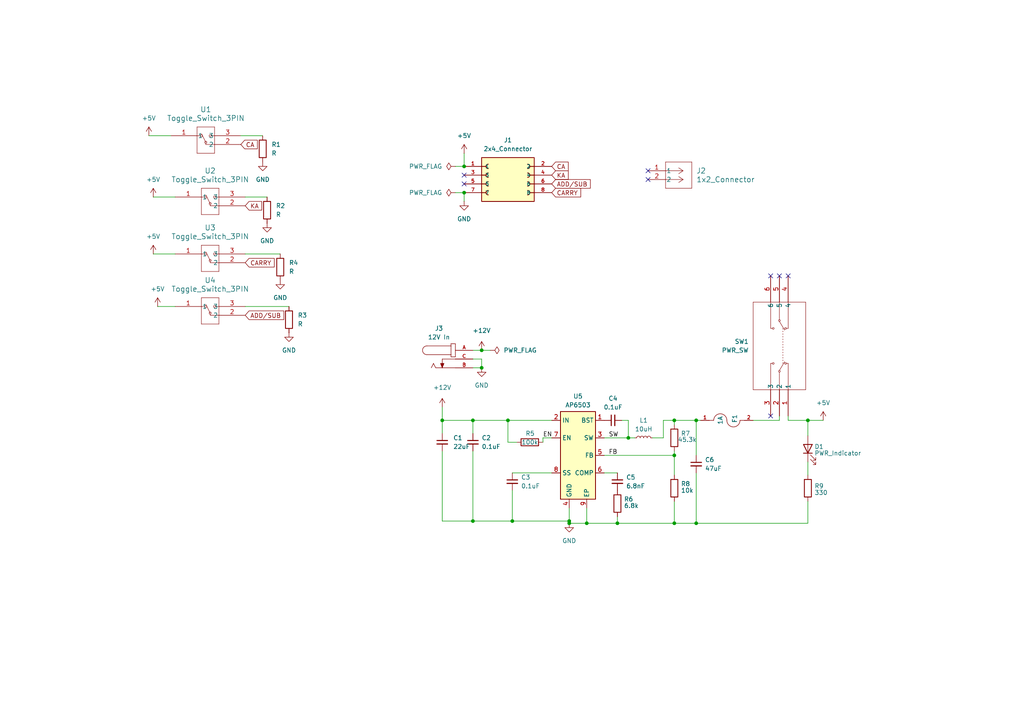
<source format=kicad_sch>
(kicad_sch (version 20231120) (generator "eeschema") (generator_version "8.0")
  (paper "A4")
  (lib_symbols
    (symbol "0_add_sub_module_tester:1x2_Connector" (pin_names (offset 0.254))
      (property "Reference" "J" (at 8.89 6.35 0))
      (property "Value" "1x2_Connector" (at 0 0 0))
      (symbol "1x2_Connector_1_1"
        (polyline (pts (xy 5.08 -5.08) (xy 12.7 -5.08)) (stroke (width 0.127)))
        (polyline (pts (xy 5.08 2.54) (xy 5.08 -5.08)) (stroke (width 0.127)))
        (polyline (pts (xy 10.16 -2.54) (xy 5.08 -2.54)) (stroke (width 0.127)))
        (polyline (pts (xy 10.16 -2.54) (xy 8.89 -3.3867)) (stroke (width 0.127)))
        (polyline (pts (xy 10.16 -2.54) (xy 8.89 -1.6933)) (stroke (width 0.127)))
        (polyline (pts (xy 10.16 0) (xy 5.08 0)) (stroke (width 0.127)))
        (polyline (pts (xy 10.16 0) (xy 8.89 -0.8467)) (stroke (width 0.127)))
        (polyline (pts (xy 10.16 0) (xy 8.89 0.8467)) (stroke (width 0.127)))
        (polyline (pts (xy 12.7 -5.08) (xy 12.7 2.54)) (stroke (width 0.127)))
        (polyline (pts (xy 12.7 2.54) (xy 5.08 2.54)) (stroke (width 0.127)))
        (pin unspecified line (at 0 0 0) (length 5.08) (name "1") (number "1"))
        (pin unspecified line (at 0 -2.54 0) (length 5.08) (name "2") (number "2"))
      )
    )
    (symbol "0_add_sub_module_tester:2x4_Connector" (pin_names (offset 1.016))
      (property "Reference" "J" (at -7.62 8.89 0))
      (property "Value" "2x4_Connector" (at -7.62 -7.62 0))
      (symbol "2x4_Connector_0_0"
        (rectangle (start -7.62 -5.08) (end 7.62 7.62) (stroke (width 0.254)) (fill (type background)))
        (arc (start -5.715 -1.905) (mid -6.3472 -2.54) (end -5.715 -3.175) (stroke (width 0.254)))
        (arc (start -5.715 0.635) (mid -6.3472 0) (end -5.715 -0.635) (stroke (width 0.254)))
        (arc (start -5.715 3.175) (mid -6.3472 2.54) (end -5.715 1.905) (stroke (width 0.254)))
        (arc (start -5.715 5.715) (mid -6.3472 5.08) (end -5.715 4.445) (stroke (width 0.254)))
        (polyline (pts (xy -7.62 -2.54) (xy -6.35 -2.54)) (stroke (width 0.254)))
        (polyline (pts (xy -7.62 0) (xy -6.35 0)) (stroke (width 0.254)))
        (polyline (pts (xy -7.62 2.54) (xy -6.35 2.54)) (stroke (width 0.254)))
        (polyline (pts (xy -7.62 5.08) (xy -6.35 5.08)) (stroke (width 0.254)))
        (polyline (pts (xy 7.62 -2.54) (xy 6.35 -2.54)) (stroke (width 0.254)))
        (polyline (pts (xy 7.62 0) (xy 6.35 0)) (stroke (width 0.254)))
        (polyline (pts (xy 7.62 2.54) (xy 6.35 2.54)) (stroke (width 0.254)))
        (polyline (pts (xy 7.62 5.08) (xy 6.35 5.08)) (stroke (width 0.254)))
        (arc (start 5.715 -3.175) (mid 6.3472 -2.54) (end 5.715 -1.905) (stroke (width 0.254)))
        (arc (start 5.715 -0.635) (mid 6.3472 0) (end 5.715 0.635) (stroke (width 0.254)))
        (arc (start 5.715 1.905) (mid 6.3472 2.54) (end 5.715 3.175) (stroke (width 0.254)))
        (arc (start 5.715 4.445) (mid 6.3472 5.08) (end 5.715 5.715) (stroke (width 0.254)))
        (pin passive line (at -12.7 5.08 0) (length 5.08) (name "1") (number "1"))
        (pin passive line (at 12.7 5.08 180) (length 5.08) (name "2") (number "2"))
        (pin passive line (at -12.7 2.54 0) (length 5.08) (name "3") (number "3"))
        (pin passive line (at 12.7 2.54 180) (length 5.08) (name "4") (number "4"))
        (pin passive line (at -12.7 0 0) (length 5.08) (name "5") (number "5"))
        (pin passive line (at 12.7 0 180) (length 5.08) (name "6") (number "6"))
        (pin passive line (at -12.7 -2.54 0) (length 5.08) (name "7") (number "7"))
        (pin passive line (at 12.7 -2.54 180) (length 5.08) (name "8") (number "8"))
      )
    )
    (symbol "0_add_sub_module_tester:AP6503"
      (property "Reference" "U" (at -3.81 13.97 0))
      (property "Value" "AP6503" (at 2.54 13.97 0))
      (symbol "AP6503_0_1"
        (rectangle (start -5.08 12.7) (end 5.08 -12.7) (stroke (width 0.254)) (fill (type background)))
      )
      (symbol "AP6503_1_1"
        (pin output line (at 7.62 10.16 180) (length 2.54) (name "BST") (number "1"))
        (pin power_in line (at -7.62 10.16 0) (length 2.54) (name "IN") (number "2"))
        (pin power_out line (at 7.62 5.08 180) (length 2.54) (name "SW") (number "3"))
        (pin power_in line (at -2.54 -15.24 90) (length 2.54) (name "GND") (number "4"))
        (pin input line (at 7.62 0 180) (length 2.54) (name "FB") (number "5"))
        (pin output line (at 7.62 -5.08 180) (length 2.54) (name "COMP") (number "6"))
        (pin input line (at -7.62 5.08 0) (length 2.54) (name "EN") (number "7"))
        (pin tri_state line (at -7.62 -5.08 0) (length 2.54) (name "SS") (number "8"))
        (pin power_in line (at 2.54 -15.24 90) (length 2.54) (name "EP") (number "9"))
      )
    )
    (symbol "0_add_sub_module_tester:Fuse_Holder" (pin_names (offset 1.016))
      (property "Reference" "F" (at -2.54 5.08 0))
      (property "Value" "Fuse_Holder" (at -2.54 -5.08 0))
      (symbol "Fuse_Holder_0_0"
        (arc (start 0 0) (mid -1.905 1.8967) (end -3.81 0) (stroke (width 0.1524)))
        (polyline (pts (xy -5.08 0) (xy -3.81 0)) (stroke (width 0.1524)))
        (polyline (pts (xy 5.08 0) (xy 3.81 0)) (stroke (width 0.1524)))
        (arc (start 0 0) (mid 1.905 -1.8967) (end 3.81 0) (stroke (width 0.1524)))
        (pin passive line (at -7.62 0 0) (length 2.54) (name "~") (number "1"))
        (pin passive line (at 7.62 0 180) (length 2.54) (name "~") (number "2"))
      )
    )
    (symbol "0_add_sub_module_tester:Jack_Connector" (pin_names (offset 1.016))
      (property "Reference" "J" (at -7.62 5.08 0))
      (property "Value" "Jack_Connector" (at -7.62 -5.08 0))
      (symbol "Jack_Connector_0_0"
        (arc (start -8.255 3.81) (mid -9.5194 2.54) (end -8.255 1.27) (stroke (width 0.1524)))
        (polyline (pts (xy -8.255 3.81) (xy -1.27 3.81)) (stroke (width 0.1524)))
        (polyline (pts (xy -6.35 -1.27) (xy -6.985 -2.54)) (stroke (width 0.1524)))
        (polyline (pts (xy -5.715 -2.54) (xy -6.35 -1.27)) (stroke (width 0.1524)))
        (polyline (pts (xy -3.81 0) (xy -3.81 -2.54)) (stroke (width 0.1524)))
        (polyline (pts (xy -1.27 0.635) (xy 0 0.635)) (stroke (width 0.1524)))
        (polyline (pts (xy -1.27 1.27) (xy -8.255 1.27)) (stroke (width 0.1524)))
        (polyline (pts (xy -1.27 1.27) (xy -1.27 0.635)) (stroke (width 0.1524)))
        (polyline (pts (xy -1.27 3.81) (xy -1.27 1.27)) (stroke (width 0.1524)))
        (polyline (pts (xy -1.27 4.445) (xy -1.27 3.81)) (stroke (width 0.1524)))
        (polyline (pts (xy 0 -2.54) (xy -5.715 -2.54)) (stroke (width 0.1524)))
        (polyline (pts (xy 0 0) (xy -3.81 0)) (stroke (width 0.1524)))
        (polyline (pts (xy 0 0.635) (xy 0 4.445)) (stroke (width 0.1524)))
        (polyline (pts (xy 0 4.445) (xy -1.27 4.445)) (stroke (width 0.1524)))
        (polyline (pts (xy -3.81 -2.54) (xy -4.318 -1.27) (xy -3.302 -1.27) (xy -3.81 -2.54)) (stroke (width 0.1524)) (fill (type outline)))
        (pin passive line (at 5.08 2.54 180) (length 5.08) (name "~") (number "A"))
        (pin passive line (at 5.08 -2.54 180) (length 5.08) (name "~") (number "B"))
        (pin passive line (at 5.08 0 180) (length 5.08) (name "~") (number "C"))
      )
    )
    (symbol "0_add_sub_module_tester:Slide_Switch_Angled" (pin_names (offset 0.254))
      (property "Reference" "SW" (at 20.32 10.16 0))
      (property "Value" "Slide_Switch_Angled" (at 20.32 7.62 0))
      (symbol "Slide_Switch_Angled_1_1"
        (polyline (pts (xy 7.62 -10.16) (xy 33.02 -10.16)) (stroke (width 0.127)))
        (polyline (pts (xy 7.62 -5.08) (xy 15.24 -5.08)) (stroke (width 0.127)))
        (polyline (pts (xy 7.62 -2.54) (xy 12.7 -2.54)) (stroke (width 0.127)))
        (polyline (pts (xy 7.62 0) (xy 15.24 0)) (stroke (width 0.127)))
        (polyline (pts (xy 7.62 5.08) (xy 7.62 -10.16)) (stroke (width 0.127)))
        (polyline (pts (xy 13.208 -2.54) (xy 15.748 -1.016)) (stroke (width 0.127)))
        (polyline (pts (xy 15.24 -4.572) (xy 15.24 -5.08)) (stroke (width 0.127)))
        (polyline (pts (xy 15.24 -1.524) (xy 15.494 -1.524)) (stroke (width 0.127)))
        (polyline (pts (xy 15.24 0) (xy 15.24 -0.508)) (stroke (width 0.127)))
        (polyline (pts (xy 16.002 -1.524) (xy 16.256 -1.524)) (stroke (width 0.127)))
        (polyline (pts (xy 16.764 -1.524) (xy 17.018 -1.524)) (stroke (width 0.127)))
        (polyline (pts (xy 17.526 -1.524) (xy 17.78 -1.524)) (stroke (width 0.127)))
        (polyline (pts (xy 18.288 -1.524) (xy 18.542 -1.524)) (stroke (width 0.127)))
        (polyline (pts (xy 19.05 -1.524) (xy 19.304 -1.524)) (stroke (width 0.127)))
        (polyline (pts (xy 19.812 -1.524) (xy 20.066 -1.524)) (stroke (width 0.127)))
        (polyline (pts (xy 20.574 -1.524) (xy 20.828 -1.524)) (stroke (width 0.127)))
        (polyline (pts (xy 21.336 -1.524) (xy 21.59 -1.524)) (stroke (width 0.127)))
        (polyline (pts (xy 22.098 -1.524) (xy 22.352 -1.524)) (stroke (width 0.127)))
        (polyline (pts (xy 22.86 -1.524) (xy 23.114 -1.524)) (stroke (width 0.127)))
        (polyline (pts (xy 23.622 -1.524) (xy 23.876 -1.524)) (stroke (width 0.127)))
        (polyline (pts (xy 24.384 -1.524) (xy 24.638 -1.524)) (stroke (width 0.127)))
        (polyline (pts (xy 25.146 -1.524) (xy 25.4 -1.524)) (stroke (width 0.127)))
        (polyline (pts (xy 25.4 -4.572) (xy 25.4 -5.08)) (stroke (width 0.127)))
        (polyline (pts (xy 25.4 0) (xy 25.4 -0.508)) (stroke (width 0.127)))
        (polyline (pts (xy 27.432 -2.54) (xy 24.892 -1.016)) (stroke (width 0.127)))
        (polyline (pts (xy 33.02 -10.16) (xy 33.02 5.08)) (stroke (width 0.127)))
        (polyline (pts (xy 33.02 -5.08) (xy 25.4 -5.08)) (stroke (width 0.127)))
        (polyline (pts (xy 33.02 -2.54) (xy 27.94 -2.54)) (stroke (width 0.127)))
        (polyline (pts (xy 33.02 0) (xy 25.4 0)) (stroke (width 0.127)))
        (polyline (pts (xy 33.02 5.08) (xy 7.62 5.08)) (stroke (width 0.127)))
        (circle (center 12.954 -2.54) (radius 0.254) (stroke (width 0.127)))
        (circle (center 15.24 -4.318) (radius 0.254) (stroke (width 0.127)))
        (circle (center 15.24 -0.762) (radius 0.254) (stroke (width 0.127)))
        (circle (center 25.4 -4.318) (radius 0.254) (stroke (width 0.127)))
        (circle (center 25.4 -0.762) (radius 0.254) (stroke (width 0.127)))
        (circle (center 27.686 -2.54) (radius 0.254) (stroke (width 0.127)))
        (pin unspecified line (at 0 0 0) (length 7.62) (name "1") (number "1"))
        (pin unspecified line (at 0 -2.54 0) (length 7.62) (name "2") (number "2"))
        (pin unspecified line (at 0 -5.08 0) (length 7.62) (name "3") (number "3"))
        (pin unspecified line (at 40.64 0 180) (length 7.62) (name "4") (number "4"))
        (pin unspecified line (at 40.64 -2.54 180) (length 7.62) (name "5") (number "5"))
        (pin unspecified line (at 40.64 -5.08 180) (length 7.62) (name "6") (number "6"))
      )
    )
    (symbol "0_add_sub_module_tester:Toggle_Switch_3PIN" (pin_names (offset 0.254))
      (property "Reference" "U" (at 10.16 7.62 0))
      (property "Value" "Toggle_Switch_3PIN" (at 10.16 5.08 0))
      (symbol "Toggle_Switch_3PIN_1_1"
        (polyline (pts (xy 7.62 -5.08) (xy 12.7 -5.08)) (stroke (width 0.127)))
        (polyline (pts (xy 7.62 0) (xy 8.5725 0)) (stroke (width 0.127)))
        (polyline (pts (xy 7.62 2.54) (xy 7.62 -5.08)) (stroke (width 0.127)))
        (polyline (pts (xy 10.16 -2.54) (xy 10.16 -2.2098)) (stroke (width 0.127)))
        (polyline (pts (xy 10.16 -2.54) (xy 12.7 -2.54)) (stroke (width 0.127)))
        (polyline (pts (xy 10.16 -1.905) (xy 8.89 0.635)) (stroke (width 0.127)))
        (polyline (pts (xy 11.7475 0) (xy 12.7 0)) (stroke (width 0.127)))
        (polyline (pts (xy 12.7 -5.08) (xy 12.7 2.54)) (stroke (width 0.127)))
        (polyline (pts (xy 12.7 2.54) (xy 7.62 2.54)) (stroke (width 0.127)))
        (circle (center 8.89 0) (radius 0.3048) (stroke (width 0.127)))
        (circle (center 10.16 -1.905) (radius 0.3048) (stroke (width 0.127)))
        (circle (center 11.43 0) (radius 0.3048) (stroke (width 0.127)))
        (pin unspecified line (at 0 0 0) (length 7.62) (name "1") (number "1"))
        (pin unspecified line (at 20.32 -2.54 180) (length 7.62) (name "2") (number "2"))
        (pin unspecified line (at 20.32 0 180) (length 7.62) (name "3") (number "3"))
      )
    )
    (symbol "Device:C_Small" (pin_numbers hide) (pin_names (offset 0.254) hide)
      (property "Reference" "C" (at 0.254 1.778 0))
      (property "Value" "C_Small" (at 0.254 -2.032 0))
      (symbol "C_Small_0_1"
        (polyline (pts (xy -1.524 -0.508) (xy 1.524 -0.508)) (stroke (width 0.3302)))
        (polyline (pts (xy -1.524 0.508) (xy 1.524 0.508)) (stroke (width 0.3048)))
      )
      (symbol "C_Small_1_1"
        (pin passive line (at 0 2.54 270) (length 2.032) (name "~") (number "1"))
        (pin passive line (at 0 -2.54 90) (length 2.032) (name "~") (number "2"))
      )
    )
    (symbol "Device:LED" (pin_numbers hide) (pin_names (offset 1.016) hide)
      (property "Reference" "D" (at 0 2.54 0))
      (property "Value" "LED" (at 0 -2.54 0))
      (symbol "LED_0_1"
        (polyline (pts (xy -1.27 -1.27) (xy -1.27 1.27)) (stroke (width 0.254)))
        (polyline (pts (xy -1.27 0) (xy 1.27 0)))
        (polyline (pts (xy 1.27 -1.27) (xy 1.27 1.27) (xy -1.27 0) (xy 1.27 -1.27)) (stroke (width 0.254)))
        (polyline (pts (xy -3.048 -0.762) (xy -4.572 -2.286) (xy -3.81 -2.286) (xy -4.572 -2.286) (xy -4.572 -1.524)))
        (polyline (pts (xy -1.778 -0.762) (xy -3.302 -2.286) (xy -2.54 -2.286) (xy -3.302 -2.286) (xy -3.302 -1.524)))
      )
      (symbol "LED_1_1"
        (pin passive line (at -3.81 0 0) (length 2.54) (name "K") (number "1"))
        (pin passive line (at 3.81 0 180) (length 2.54) (name "A") (number "2"))
      )
    )
    (symbol "Device:L_Small" (pin_numbers hide) (pin_names (offset 0.254) hide)
      (property "Reference" "L" (at 0.762 1.016 0))
      (property "Value" "L_Small" (at 0.762 -1.016 0))
      (symbol "L_Small_0_1"
        (arc (start 0 -2.032) (mid 0.5058 -1.524) (end 0 -1.016))
        (arc (start 0 -1.016) (mid 0.5058 -0.508) (end 0 0))
        (arc (start 0 0) (mid 0.5058 0.508) (end 0 1.016))
        (arc (start 0 1.016) (mid 0.5058 1.524) (end 0 2.032))
      )
      (symbol "L_Small_1_1"
        (pin passive line (at 0 2.54 270) (length 0.508) (name "~") (number "1"))
        (pin passive line (at 0 -2.54 90) (length 0.508) (name "~") (number "2"))
      )
    )
    (symbol "Device:R" (pin_numbers hide) (pin_names (offset 0))
      (property "Reference" "R" (at 2.032 0 90))
      (property "Value" "R" (at 0 0 90))
      (symbol "R_0_1"
        (rectangle (start -1.016 -2.54) (end 1.016 2.54) (stroke (width 0.254)))
      )
      (symbol "R_1_1"
        (pin passive line (at 0 3.81 270) (length 1.27) (name "~") (number "1"))
        (pin passive line (at 0 -3.81 90) (length 1.27) (name "~") (number "2"))
      )
    )
    (symbol "power:+12V" (power) (pin_names (offset 0))
      (property "Value" "+12V" (at 0 3.556 0))
      (symbol "+12V_0_1"
        (polyline (pts (xy -0.762 1.27) (xy 0 2.54)))
        (polyline (pts (xy 0 0) (xy 0 2.54)))
        (polyline (pts (xy 0 2.54) (xy 0.762 1.27)))
      )
      (symbol "+12V_1_1"
        (pin power_in line (at 0 0 90) (length 0) hide (name "+12V") (number "1"))
      )
    )
    (symbol "power:+5V" (power) (pin_numbers hide) (pin_names (offset 0) hide)
      (property "Value" "+5V" (at 0 3.556 0))
      (symbol "+5V_0_1"
        (polyline (pts (xy -0.762 1.27) (xy 0 2.54)))
        (polyline (pts (xy 0 0) (xy 0 2.54)))
        (polyline (pts (xy 0 2.54) (xy 0.762 1.27)))
      )
      (symbol "+5V_1_1"
        (pin power_in line (at 0 0 90) (length 0) (name "~") (number "1"))
      )
    )
    (symbol "power:GND" (power) (pin_numbers hide) (pin_names (offset 0) hide)
      (property "Value" "GND" (at 0 -3.81 0))
      (symbol "GND_0_1"
        (polyline (pts (xy 0 0) (xy 0 -1.27) (xy 1.27 -1.27) (xy 0 -2.54) (xy -1.27 -1.27) (xy 0 -1.27)))
      )
      (symbol "GND_1_1"
        (pin power_in line (at 0 0 270) (length 0) (name "~") (number "1"))
      )
    )
    (symbol "power:PWR_FLAG" (power) (pin_numbers hide) (pin_names (offset 0) hide)
      (property "Value" "PWR_FLAG" (at 0 3.81 0))
      (symbol "PWR_FLAG_0_0"
        (pin power_out line (at 0 0 90) (length 0) (name "~") (number "1"))
      )
      (symbol "PWR_FLAG_0_1"
        (polyline (pts (xy 0 0) (xy 0 1.27) (xy -1.016 1.905) (xy 0 2.54) (xy 1.016 1.905) (xy 0 1.27)))
      )
    )
  )
  (junction (at 182.245 127))
  (junction (at 139.7 106.68))
  (junction (at 128.27 121.92))
  (junction (at 201.93 151.765))
  (junction (at 165.1 151.765))
  (junction (at 148.59 151.13))
  (junction (at 137.16 121.92))
  (junction (at 134.62 55.88))
  (junction (at 134.62 48.26))
  (junction (at 170.18 151.765))
  (junction (at 195.58 121.92))
  (junction (at 234.315 121.92))
  (junction (at 147.32 121.92))
  (junction (at 201.93 121.92))
  (junction (at 139.7 101.6))
  (junction (at 165.1 151.13))
  (junction (at 137.16 151.13))
  (junction (at 195.58 151.765))
  (junction (at 195.58 132.08))
  (junction (at 179.07 151.765))
  (no_connect (at 187.96 52.07))
  (no_connect (at 187.96 49.53))
  (no_connect (at 134.62 53.34))
  (no_connect (at 223.52 120.65))
  (no_connect (at 226.06 80.01))
  (no_connect (at 223.52 80.01))
  (no_connect (at 134.62 50.8))
  (no_connect (at 228.6 80.01))
  (wire (pts (xy 45.72 88.9) (xy 50.8 88.9)))
  (wire (pts (xy 148.59 137.16) (xy 160.02 137.16)))
  (wire (pts (xy 189.23 127) (xy 192.405 127)))
  (wire (pts (xy 226.06 121.92) (xy 226.06 120.65)))
  (wire (pts (xy 195.58 130.81) (xy 195.58 132.08)))
  (wire (pts (xy 165.1 151.765) (xy 170.18 151.765)))
  (wire (pts (xy 137.16 130.81) (xy 137.16 151.13)))
  (wire (pts (xy 228.6 121.92) (xy 234.315 121.92)))
  (wire (pts (xy 192.405 127) (xy 192.405 121.92)))
  (wire (pts (xy 234.315 121.92) (xy 234.315 126.365)))
  (wire (pts (xy 195.58 151.765) (xy 201.93 151.765)))
  (wire (pts (xy 139.7 101.6) (xy 142.24 101.6)))
  (wire (pts (xy 132.08 55.88) (xy 134.62 55.88)))
  (wire (pts (xy 195.58 151.765) (xy 195.58 145.415)))
  (wire (pts (xy 234.315 137.795) (xy 234.315 133.985)))
  (wire (pts (xy 128.27 118.11) (xy 128.27 121.92)))
  (wire (pts (xy 179.07 137.16) (xy 175.26 137.16)))
  (wire (pts (xy 234.315 151.765) (xy 234.315 145.415)))
  (wire (pts (xy 175.26 132.08) (xy 195.58 132.08)))
  (wire (pts (xy 157.48 127) (xy 157.48 128.27)))
  (wire (pts (xy 148.59 142.24) (xy 148.59 151.13)))
  (wire (pts (xy 71.12 57.15) (xy 77.47 57.15)))
  (wire (pts (xy 234.315 121.92) (xy 238.76 121.92)))
  (wire (pts (xy 201.93 121.92) (xy 203.2 121.92)))
  (wire (pts (xy 195.58 123.19) (xy 195.58 121.92)))
  (wire (pts (xy 134.62 44.45) (xy 134.62 48.26)))
  (wire (pts (xy 147.32 121.92) (xy 160.02 121.92)))
  (wire (pts (xy 165.1 151.765) (xy 165.1 151.13)))
  (wire (pts (xy 184.15 127) (xy 182.245 127)))
  (wire (pts (xy 71.12 73.66) (xy 81.28 73.66)))
  (wire (pts (xy 195.58 121.92) (xy 201.93 121.92)))
  (wire (pts (xy 43.18 39.37) (xy 49.53 39.37)))
  (wire (pts (xy 137.16 121.92) (xy 147.32 121.92)))
  (wire (pts (xy 149.86 128.27) (xy 147.32 128.27)))
  (wire (pts (xy 44.45 57.15) (xy 50.8 57.15)))
  (wire (pts (xy 132.08 48.26) (xy 134.62 48.26)))
  (wire (pts (xy 192.405 121.92) (xy 195.58 121.92)))
  (wire (pts (xy 201.93 121.92) (xy 201.93 132.08)))
  (wire (pts (xy 228.6 121.92) (xy 228.6 120.65)))
  (wire (pts (xy 139.7 104.14) (xy 139.7 106.68)))
  (wire (pts (xy 128.27 121.92) (xy 137.16 121.92)))
  (wire (pts (xy 195.58 132.08) (xy 195.58 137.795)))
  (wire (pts (xy 128.27 151.13) (xy 137.16 151.13)))
  (wire (pts (xy 134.62 55.88) (xy 134.62 58.42)))
  (wire (pts (xy 148.59 151.13) (xy 165.1 151.13)))
  (wire (pts (xy 160.02 127) (xy 157.48 127)))
  (wire (pts (xy 137.16 151.13) (xy 148.59 151.13)))
  (wire (pts (xy 139.7 106.68) (xy 137.16 106.68)))
  (wire (pts (xy 170.18 151.765) (xy 179.07 151.765)))
  (wire (pts (xy 147.32 128.27) (xy 147.32 121.92)))
  (wire (pts (xy 71.12 88.9) (xy 83.82 88.9)))
  (wire (pts (xy 165.1 151.13) (xy 165.1 147.32)))
  (wire (pts (xy 218.44 121.92) (xy 226.06 121.92)))
  (wire (pts (xy 180.34 121.92) (xy 182.245 121.92)))
  (wire (pts (xy 201.93 137.16) (xy 201.93 151.765)))
  (wire (pts (xy 137.16 121.92) (xy 137.16 125.73)))
  (wire (pts (xy 128.27 130.81) (xy 128.27 151.13)))
  (wire (pts (xy 139.7 101.6) (xy 137.16 101.6)))
  (wire (pts (xy 179.07 151.765) (xy 179.07 149.86)))
  (wire (pts (xy 44.45 73.66) (xy 50.8 73.66)))
  (wire (pts (xy 179.07 151.765) (xy 195.58 151.765)))
  (wire (pts (xy 137.16 104.14) (xy 139.7 104.14)))
  (wire (pts (xy 128.27 121.92) (xy 128.27 125.73)))
  (wire (pts (xy 69.85 39.37) (xy 76.2 39.37)))
  (wire (pts (xy 182.245 121.92) (xy 182.245 127)))
  (wire (pts (xy 201.93 151.765) (xy 234.315 151.765)))
  (wire (pts (xy 182.245 127) (xy 175.26 127)))
  (wire (pts (xy 170.18 151.765) (xy 170.18 147.32)))
  (label "SW" (at 176.53 127 0))
  (label "EN" (at 157.48 127 0))
  (label "FB" (at 176.53 132.08 0))
  (global_label "KA" (shape input) (at 71.12 59.69 0) (property "Intersheetrefs" "${INTERSHEET_REFS}" (effects (hide yes))))
  (global_label "CA" (shape input) (at 160.02 48.26 0) (property "Intersheetrefs" "${INTERSHEET_REFS}" (effects (hide yes))))
  (global_label "KA" (shape input) (at 160.02 50.8 0) (property "Intersheetrefs" "${INTERSHEET_REFS}" (effects (hide yes))))
  (global_label "CA" (shape input) (at 69.85 41.91 0) (property "Intersheetrefs" "${INTERSHEET_REFS}" (effects (hide yes))))
  (global_label "ADD{slash}SUB" (shape input) (at 160.02 53.34 0) (property "Intersheetrefs" "${INTERSHEET_REFS}" (effects (hide yes))))
  (global_label "CARRY" (shape input) (at 160.02 55.88 0) (property "Intersheetrefs" "${INTERSHEET_REFS}" (effects (hide yes))))
  (global_label "ADD{slash}SUB" (shape input) (at 71.12 91.44 0) (property "Intersheetrefs" "${INTERSHEET_REFS}" (effects (hide yes))))
  (global_label "CARRY" (shape input) (at 71.12 76.2 0) (property "Intersheetrefs" "${INTERSHEET_REFS}" (effects (hide yes))))
  (symbol (lib_id "power:+5V") (at 238.76 121.92 0) (unit 1)
    (property "Reference" "#PWR018" (effects (hide yes)))
    (property "Value" "+5V" (at 238.76 116.84 0))
  )
  (symbol (lib_id "power:+5V") (at 44.45 57.15 0) (unit 1)
    (property "Reference" "#PWR06" (effects (hide yes)))
    (property "Value" "+5V" (at 44.45 52.07 0))
    (property "Description" "Power symbol creates a global label with name \"+5V\"" (effects (hide yes)))
  )
  (symbol (lib_id "0_add_sub_module_tester:Slide_Switch_Angled") (at 228.6 120.65 270) (mirror x) (unit 1)
    (property "Reference" "SW1" (at 217.17 99.0599 90) (effects (justify right)))
    (property "Value" "PWR_SW" (at 217.17 101.5999 90) (effects (justify right)))
    (property "Footprint" "0_add_sub_module_tester:Slide_Switch_Angled" (effects (hide yes)))
    (property "Datasheet" "MFS201N-16-Z" (effects (hide yes)))
    (property "Part No" "563-1558-ND" (effects (hide yes)))
    (property "Link" "https://www.digikey.com/en/products/detail/nidec-components-corporation/MFS201N-16-Z/5086548" (effects (hide yes)))
    (property "LCSC" "MFS201N-16-Z" (effects (hide yes)))
  )
  (symbol (lib_id "power:+5V") (at 134.62 44.45 0) (unit 1)
    (property "Reference" "#PWR09" (effects (hide yes)))
    (property "Value" "+5V" (at 134.62 39.37 0))
    (property "Description" "Power symbol creates a global label with name \"+5V\"" (effects (hide yes)))
  )
  (symbol (lib_id "0_add_sub_module_tester:Jack_Connector") (at 132.08 104.14 0) (unit 1)
    (property "Reference" "J3" (at 127.3203 95.25 0))
    (property "Value" "12V In" (at 127.3203 97.79 0))
    (property "Footprint" "0_add_sub_module_tester:Jack_Connector" (effects (hide yes)))
    (property "Part No" "839-54-00167-ND" (effects (hide yes)))
    (property "Link" "https://www.digikey.com/en/products/detail/tensility-international-corp/54-00167/10459295" (effects (hide yes)))
    (property "LCSC" "54-00167" (effects (hide yes)))
    (property "PARTREV" "A" (effects (hide yes)))
    (property "MANUFACTURER" "TENSILITY" (effects (hide yes)))
    (property "SNAPEDA_PN" "54-00166" (effects (hide yes)))
    (property "MAXIMUM_PACKAGE_HEIGHT" "11.2mm" (effects (hide yes)))
    (property "STANDARD" "Manufacturer Recommendations" (effects (hide yes)))
  )
  (symbol (lib_id "Device:R") (at 76.2 43.18 0) (unit 1)
    (property "Reference" "R1" (at 78.74 41.9099 0) (effects (justify left)))
    (property "Value" "R" (at 78.74 44.4499 0) (effects (justify left)))
    (property "Footprint" "0_add_sub_module_tester:R_Axial_DIN0207_L6.3mm_D2.5mm_P7.62mm_Horizontal" (effects (hide yes)))
    (property "Description" "Resistor" (effects (hide yes)))
  )
  (symbol (lib_id "power:PWR_FLAG") (at 142.24 101.6 270) (unit 1)
    (property "Reference" "#FLG03" (effects (hide yes)))
    (property "Value" "PWR_FLAG" (at 146.05 101.5999 90) (effects (justify left)))
  )
  (symbol (lib_id "0_add_sub_module_tester:Toggle_Switch_3PIN") (at 50.8 73.66 0) (unit 1)
    (property "Reference" "U3" (at 60.96 66.04 0) (effects (font (size 1.524 1.524))))
    (property "Value" "Toggle_Switch_3PIN" (at 60.96 68.58 0) (effects (font (size 1.524 1.524))))
    (property "Footprint" "0_add_sub_module_tester:Toggle_Switch_3PIN" (effects (hide yes)))
    (property "Datasheet" "ANT13SECQE" (effects (hide yes)))
    (property "Part No" "2449-ANT11SF1CQE-ND" (effects (hide yes)))
    (property "Link" "https://www.digikey.com/en/products/detail/cit-relay-and-switch/ANT11SF1CQE/12503396" (effects (hide yes)))
    (property "LCSC" "ANT11SF1CQE" (effects (hide yes)))
  )
  (symbol (lib_id "0_add_sub_module_tester:Fuse_Holder") (at 210.82 121.92 0) (unit 1)
    (property "Reference" "F1" (at 213.106 121.412 90))
    (property "Value" "1A" (at 208.915 121.92 90))
    (property "Footprint" "0_add_sub_module_tester:Fuse_Holder" (effects (hide yes)))
    (property "Part No" "36-4628-ND" (effects (hide yes)))
    (property "Link" "https://www.digikey.com/en/products/detail/keystone-electronics/4628/2137316" (effects (hide yes)))
    (property "LCSC" "4628" (effects (hide yes)))
    (property "STANDARD" "Manufacturer Recommendation" (effects (hide yes)))
    (property "SNAPEDA_PN" "4628" (effects (hide yes)))
    (property "MAXIMUM_PACKAGE_HEIGHT" "11.99mm" (effects (hide yes)))
    (property "MANUFACTURER" "Keystone" (effects (hide yes)))
  )
  (symbol (lib_id "power:GND") (at 76.2 46.99 0) (unit 1)
    (property "Reference" "#PWR04" (effects (hide yes)))
    (property "Value" "GND" (at 76.2 52.07 0))
    (property "Description" "Power symbol creates a global label with name \"GND\" , ground" (effects (hide yes)))
  )
  (symbol (lib_id "0_add_sub_module_tester:AP6503") (at 167.64 132.08 0) (unit 1)
    (property "Reference" "U5" (at 167.64 114.935 0))
    (property "Value" "AP6503" (at 167.64 117.475 0))
    (property "Footprint" "0_add_sub_module_tester:AP6503" (effects (hide yes)))
    (property "Datasheet" "https://www.diodes.com/assets/Datasheets/AP6503.pdf" (effects (hide yes)))
    (property "Description" "340kHz 23V 3A Synchonous DC/DC Buck Converter" (effects (hide yes)))
    (property "Part No" "C51811" (effects (hide yes)))
    (property "Link" "https://jlcpcb.com/partdetail/DiodesIncorporated-AP6503SP13/C51811" (effects (hide yes)))
    (property "LCSC" "C51811" (effects (hide yes)))
  )
  (symbol (lib_id "power:PWR_FLAG") (at 132.08 48.26 90) (unit 1)
    (property "Reference" "#FLG01" (effects (hide yes)))
    (property "Value" "PWR_FLAG" (at 128.27 48.2599 90) (effects (justify left)))
    (property "Description" "Special symbol for telling ERC where power comes from" (effects (hide yes)))
  )
  (symbol (lib_id "Device:R") (at 234.315 141.605 0) (unit 1)
    (property "Reference" "R9" (at 236.22 140.97 0) (effects (justify left)))
    (property "Value" "330" (at 236.22 142.875 0) (effects (justify left)))
    (property "Footprint" "0_add_sub_module_tester:R_0603_1608Metric" (effects (hide yes)))
    (property "Part No" "C22104" (effects (hide yes)))
    (property "Link" "https://jlcpcb.com/partdetail/22829-RS03K331JT/C22104" (effects (hide yes)))
    (property "LCSC" "C22104" (effects (hide yes)))
  )
  (symbol (lib_id "power:GND") (at 83.82 96.52 0) (unit 1)
    (property "Reference" "#PWR03" (effects (hide yes)))
    (property "Value" "GND" (at 83.82 101.6 0))
    (property "Description" "Power symbol creates a global label with name \"GND\" , ground" (effects (hide yes)))
  )
  (symbol (lib_id "power:GND") (at 77.47 64.77 0) (unit 1)
    (property "Reference" "#PWR01" (effects (hide yes)))
    (property "Value" "GND" (at 77.47 69.85 0))
    (property "Description" "Power symbol creates a global label with name \"GND\" , ground" (effects (hide yes)))
  )
  (symbol (lib_id "power:GND") (at 81.28 81.28 0) (unit 1)
    (property "Reference" "#PWR02" (effects (hide yes)))
    (property "Value" "GND" (at 81.28 86.36 0))
    (property "Description" "Power symbol creates a global label with name \"GND\" , ground" (effects (hide yes)))
  )
  (symbol (lib_id "0_add_sub_module_tester:Toggle_Switch_3PIN") (at 49.53 39.37 0) (unit 1)
    (property "Reference" "U1" (at 59.69 31.75 0) (effects (font (size 1.524 1.524))))
    (property "Value" "Toggle_Switch_3PIN" (at 59.69 34.29 0) (effects (font (size 1.524 1.524))))
    (property "Footprint" "0_add_sub_module_tester:Toggle_Switch_3PIN" (effects (hide yes)))
    (property "Datasheet" "ANT13SECQE" (effects (hide yes)))
    (property "Part No" "2449-ANT11SF1CQE-ND" (effects (hide yes)))
    (property "Link" "https://www.digikey.com/en/products/detail/cit-relay-and-switch/ANT11SF1CQE/12503396" (effects (hide yes)))
    (property "LCSC" "ANT11SF1CQE" (effects (hide yes)))
  )
  (symbol (lib_id "0_add_sub_module_tester:2x4_Connector") (at 147.32 53.34 0) (unit 1)
    (property "Reference" "J1" (at 147.32 40.64 0))
    (property "Value" "2x4_Connector" (at 147.32 43.18 0))
    (property "Footprint" "0_add_sub_module_tester:2x4_Connector" (effects (hide yes)))
    (property "PARTREV" "L" (effects (hide yes)))
    (property "STANDARD" "Manufacturer Recommendations" (effects (hide yes)))
    (property "SNAPEDA_PN" "PPTC042LFBN-RC" (effects (hide yes)))
    (property "MAXIMUM_PACKAGE_HEIGHT" "8.50mm" (effects (hide yes)))
    (property "MANUFACTURER" "Sullins" (effects (hide yes)))
    (property "Part No" "S7072-ND" (effects (hide yes)))
    (property "Link" "https://www.digikey.com/en/products/detail/sullins-connector-solutions/PPTC042LFBN-RC/810211" (effects (hide yes)))
    (property "LCSC" "PPTC042LFBN-RC" (effects (hide yes)))
  )
  (symbol (lib_id "Device:C_Small") (at 128.27 128.27 0) (unit 1)
    (property "Reference" "C1" (at 131.445 127.0062 0) (effects (justify left)))
    (property "Value" "22uF" (at 131.445 129.5462 0) (effects (justify left)))
    (property "Footprint" "0_add_sub_module_tester:CP_Elec_4x5.4" (effects (hide yes)))
    (property "Part No" "C3356" (effects (hide yes)))
    (property "Link" "https://jlcpcb.com/partdetail/HonorElec-RVT1C220M0405/C3356" (effects (hide yes)))
    (property "LCSC" "C3356" (effects (hide yes)))
  )
  (symbol (lib_id "0_add_sub_module_tester:Toggle_Switch_3PIN") (at 50.8 88.9 0) (unit 1)
    (property "Reference" "U4" (at 60.96 81.28 0) (effects (font (size 1.524 1.524))))
    (property "Value" "Toggle_Switch_3PIN" (at 60.96 83.82 0) (effects (font (size 1.524 1.524))))
    (property "Footprint" "0_add_sub_module_tester:Toggle_Switch_3PIN" (effects (hide yes)))
    (property "Datasheet" "ANT13SECQE" (effects (hide yes)))
    (property "Part No" "2449-ANT11SF1CQE-ND" (effects (hide yes)))
    (property "Link" "https://www.digikey.com/en/products/detail/cit-relay-and-switch/ANT11SF1CQE/12503396" (effects (hide yes)))
    (property "LCSC" "ANT11SF1CQE" (effects (hide yes)))
  )
  (symbol (lib_id "Device:C_Small") (at 177.8 121.92 90) (unit 1)
    (property "Reference" "C4" (at 177.8063 115.57 90))
    (property "Value" "0.1uF" (at 177.8063 118.11 90))
    (property "Footprint" "0_add_sub_module_tester:C_0603_1608Metric" (effects (hide yes)))
    (property "Part No" "C1590" (effects (hide yes)))
    (property "Link" "https://jlcpcb.com/partdetail/1942-CL10B104KA8NNNC/C1590" (effects (hide yes)))
    (property "LCSC" "C1590" (effects (hide yes)))
  )
  (symbol (lib_id "power:GND") (at 165.1 151.765 0) (unit 1)
    (property "Reference" "#PWR016" (effects (hide yes)))
    (property "Value" "GND" (at 165.1 156.845 0))
  )
  (symbol (lib_id "power:GND") (at 139.7 106.68 0) (unit 1)
    (property "Reference" "#PWR013" (effects (hide yes)))
    (property "Value" "GND" (at 139.7 111.76 0))
  )
  (symbol (lib_id "Device:R") (at 179.07 146.05 0) (unit 1)
    (property "Reference" "R6" (at 180.975 144.78 0) (effects (justify left)))
    (property "Value" "6.8k" (at 180.975 146.685 0) (effects (justify left)))
    (property "Footprint" "0_add_sub_module_tester:R_0603_1608Metric" (effects (hide yes)))
    (property "Part No" "C26004" (effects (hide yes)))
    (property "Link" "https://jlcpcb.com/partdetail/26747-0603WAJ0682T5E/C26004" (effects (hide yes)))
    (property "LCSC" "C26004" (effects (hide yes)))
  )
  (symbol (lib_id "Device:R") (at 81.28 77.47 0) (unit 1)
    (property "Reference" "R4" (at 83.82 76.1999 0) (effects (justify left)))
    (property "Value" "R" (at 83.82 78.7399 0) (effects (justify left)))
    (property "Footprint" "0_add_sub_module_tester:R_Axial_DIN0207_L6.3mm_D2.5mm_P7.62mm_Horizontal" (effects (hide yes)))
    (property "Description" "Resistor" (effects (hide yes)))
  )
  (symbol (lib_id "Device:R") (at 195.58 127 0) (unit 1)
    (property "Reference" "R7" (at 197.485 125.73 0) (effects (justify left)))
    (property "Value" "45.3k" (at 196.596 127.508 0) (effects (justify left)))
    (property "Footprint" "0_add_sub_module_tester:R_0603_1608Metric" (effects (hide yes)))
    (property "Part No" "C101054" (effects (hide yes)))
    (property "Link" "https://jlcpcb.com/partdetail/LizElec-CR0603FA4532G/C101054" (effects (hide yes)))
    (property "LCSC" "C101054" (effects (hide yes)))
  )
  (symbol (lib_id "power:+5V") (at 45.72 88.9 0) (unit 1)
    (property "Reference" "#PWR08" (effects (hide yes)))
    (property "Value" "+5V" (at 45.72 83.82 0))
    (property "Description" "Power symbol creates a global label with name \"+5V\"" (effects (hide yes)))
  )
  (symbol (lib_id "0_add_sub_module_tester:Toggle_Switch_3PIN") (at 50.8 57.15 0) (unit 1)
    (property "Reference" "U2" (at 60.96 49.53 0) (effects (font (size 1.524 1.524))))
    (property "Value" "Toggle_Switch_3PIN" (at 60.96 52.07 0) (effects (font (size 1.524 1.524))))
    (property "Footprint" "0_add_sub_module_tester:Toggle_Switch_3PIN" (effects (hide yes)))
    (property "Datasheet" "ANT13SECQE" (effects (hide yes)))
    (property "Part No" "2449-ANT11SF1CQE-ND" (effects (hide yes)))
    (property "Link" "https://www.digikey.com/en/products/detail/cit-relay-and-switch/ANT11SF1CQE/12503396" (effects (hide yes)))
    (property "LCSC" "ANT11SF1CQE" (effects (hide yes)))
  )
  (symbol (lib_id "power:+12V") (at 139.7 101.6 0) (unit 1)
    (property "Reference" "#PWR012" (effects (hide yes)))
    (property "Value" "+12V" (at 139.7 95.885 0))
  )
  (symbol (lib_id "Device:R") (at 83.82 92.71 0) (unit 1)
    (property "Reference" "R3" (at 86.36 91.4399 0) (effects (justify left)))
    (property "Value" "R" (at 86.36 93.9799 0) (effects (justify left)))
    (property "Footprint" "0_add_sub_module_tester:R_Axial_DIN0207_L6.3mm_D2.5mm_P7.62mm_Horizontal" (effects (hide yes)))
    (property "Description" "Resistor" (effects (hide yes)))
  )
  (symbol (lib_id "power:+5V") (at 44.45 73.66 0) (unit 1)
    (property "Reference" "#PWR07" (effects (hide yes)))
    (property "Value" "+5V" (at 44.45 68.58 0))
    (property "Description" "Power symbol creates a global label with name \"+5V\"" (effects (hide yes)))
  )
  (symbol (lib_id "Device:C_Small") (at 179.07 139.7 0) (unit 1)
    (property "Reference" "C5" (at 181.61 138.4362 0) (effects (justify left)))
    (property "Value" "6.8nF" (at 181.61 140.9762 0) (effects (justify left)))
    (property "Footprint" "0_add_sub_module_tester:C_0603_1608Metric" (effects (hide yes)))
    (property "Part No" "C81355" (effects (hide yes)))
    (property "Link" "https://jlcpcb.com/partdetail/82506-0603B682K101NT/C81355" (effects (hide yes)))
    (property "LCSC" "C81355" (effects (hide yes)))
  )
  (symbol (lib_id "Device:C_Small") (at 148.59 139.7 0) (unit 1)
    (property "Reference" "C3" (at 151.13 138.4362 0) (effects (justify left)))
    (property "Value" "0.1uF" (at 151.13 140.9762 0) (effects (justify left)))
    (property "Footprint" "0_add_sub_module_tester:C_0603_1608Metric" (effects (hide yes)))
    (property "Part No" "C1590" (effects (hide yes)))
    (property "Link" "https://jlcpcb.com/partdetail/1942-CL10B104KA8NNNC/C1590" (effects (hide yes)))
    (property "LCSC" "C1590" (effects (hide yes)))
  )
  (symbol (lib_id "Device:R") (at 195.58 141.605 0) (unit 1)
    (property "Reference" "R8" (at 197.485 140.335 0) (effects (justify left)))
    (property "Value" "10k" (at 197.485 142.24 0) (effects (justify left)))
    (property "Footprint" "0_add_sub_module_tester:R_0603_1608Metric" (effects (hide yes)))
    (property "Part No" "C15401" (effects (hide yes)))
    (property "Link" "https://jlcpcb.com/partdetail/16079-0603WAJ0103T5E/C15401" (effects (hide yes)))
    (property "LCSC" "C15401" (effects (hide yes)))
  )
  (symbol (lib_id "Device:C_Small") (at 201.93 134.62 0) (unit 1)
    (property "Reference" "C6" (at 204.47 133.3562 0) (effects (justify left)))
    (property "Value" "47uF" (at 204.47 135.8962 0) (effects (justify left)))
    (property "Footprint" "0_add_sub_module_tester:CP_Elec_6.3x7.7" (effects (hide yes)))
    (property "Part No" "C3349" (effects (hide yes)))
    (property "Link" "https://jlcpcb.com/partdetail/HonorElec-RVT1H470M0607/C3349" (effects (hide yes)))
    (property "LCSC" "C3349" (effects (hide yes)))
  )
  (symbol (lib_id "Device:LED") (at 234.315 130.175 90) (unit 1)
    (property "Reference" "D1" (at 236.22 129.54 90) (effects (justify right)))
    (property "Value" "PWR_Indicator" (at 236.22 131.445 90) (effects (justify right)))
    (property "Footprint" "0_add_sub_module_tester:LED_0805_2012Metric" (effects (hide yes)))
    (property "Part No" "C2297" (effects (hide yes)))
    (property "Link" "https://jlcpcb.com/partdetail/Hubei_KentoElec-KT0805G/C2297" (effects (hide yes)))
    (property "LCSC" "C2297" (effects (hide yes)))
  )
  (symbol (lib_id "Device:R") (at 153.67 128.27 270) (unit 1)
    (property "Reference" "R5" (at 152.4 125.73 90) (effects (justify left)))
    (property "Value" "100k" (at 153.67 128.27 90))
    (property "Footprint" "0_add_sub_module_tester:R_0603_1608Metric" (effects (hide yes)))
    (property "Part No" "C15458" (effects (hide yes)))
    (property "Link" "https://jlcpcb.com/partdetail/16137-0603WAJ0104T5E/C15458" (effects (hide yes)))
    (property "LCSC" "C15458" (effects (hide yes)))
  )
  (symbol (lib_id "0_add_sub_module_tester:1x2_Connector") (at 187.96 49.53 0) (unit 1)
    (property "Reference" "J2" (at 201.93 49.5299 0) (effects (font (size 1.524 1.524)) (justify left)))
    (property "Value" "1x2_Connector" (at 201.93 52.0699 0) (effects (font (size 1.524 1.524)) (justify left)))
    (property "Footprint" "0_add_sub_module_tester:1x2_Connector" (effects (hide yes)))
    (property "Datasheet" "PPTC021LFBN-RC" (effects (hide yes)))
    (property "Part No" "S7000-ND" (effects (hide yes)))
    (property "Link" "https://www.digikey.com/en/products/detail/sullins-connector-solutions/PPTC021LFBN-RC/810142" (effects (hide yes)))
    (property "LCSC" "PPTC021LFBN-RC" (effects (hide yes)))
  )
  (symbol (lib_id "power:GND") (at 134.62 58.42 0) (unit 1)
    (property "Reference" "#PWR010" (effects (hide yes)))
    (property "Value" "GND" (at 134.62 63.5 0))
    (property "Description" "Power symbol creates a global label with name \"GND\" , ground" (effects (hide yes)))
  )
  (symbol (lib_id "Device:R") (at 77.47 60.96 0) (unit 1)
    (property "Reference" "R2" (at 80.01 59.6899 0) (effects (justify left)))
    (property "Value" "R" (at 80.01 62.2299 0) (effects (justify left)))
    (property "Footprint" "0_add_sub_module_tester:R_Axial_DIN0207_L6.3mm_D2.5mm_P7.62mm_Horizontal" (effects (hide yes)))
    (property "Description" "Resistor" (effects (hide yes)))
  )
  (symbol (lib_id "power:+12V") (at 128.27 118.11 0) (unit 1)
    (property "Reference" "#PWR011" (effects (hide yes)))
    (property "Value" "+12V" (at 128.27 112.395 0))
  )
  (symbol (lib_id "power:+5V") (at 43.18 39.37 0) (unit 1)
    (property "Reference" "#PWR05" (effects (hide yes)))
    (property "Value" "+5V" (at 43.18 34.29 0))
    (property "Description" "Power symbol creates a global label with name \"+5V\"" (effects (hide yes)))
  )
  (symbol (lib_id "Device:C_Small") (at 137.16 128.27 0) (unit 1)
    (property "Reference" "C2" (at 139.7 127.0062 0) (effects (justify left)))
    (property "Value" "0.1uF" (at 139.7 129.5462 0) (effects (justify left)))
    (property "Footprint" "0_add_sub_module_tester:C_0603_1608Metric" (effects (hide yes)))
    (property "Part No" "C1590" (effects (hide yes)))
    (property "Link" "https://jlcpcb.com/partdetail/1942-CL10B104KA8NNNC/C1590" (effects (hide yes)))
    (property "LCSC" "C1590" (effects (hide yes)))
  )
  (symbol (lib_id "power:PWR_FLAG") (at 132.08 55.88 90) (unit 1)
    (property "Reference" "#FLG02" (effects (hide yes)))
    (property "Value" "PWR_FLAG" (at 128.27 55.8799 90) (effects (justify left)))
    (property "Description" "Special symbol for telling ERC where power comes from" (effects (hide yes)))
  )
  (symbol (lib_id "Device:L_Small") (at 186.69 127 90) (unit 1)
    (property "Reference" "L1" (at 186.69 121.92 90))
    (property "Value" "10uH" (at 186.69 124.46 90))
    (property "Footprint" "0_add_sub_module_tester:IND-SMD_L4.5-W4.0" (effects (hide yes)))
    (property "Part No" "C2929419" (effects (hide yes)))
    (property "Link" "https://jlcpcb.com/partdetail/ShouHan-CY4310UH/C2929419" (effects (hide yes)))
    (property "LCSC" "C2929419" (effects (hide yes)))
  )
)
</source>
